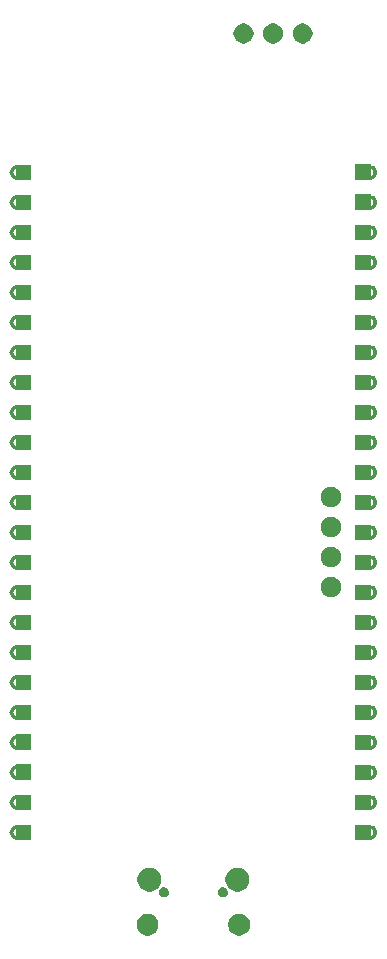
<source format=gbr>
G04 #@! TF.GenerationSoftware,KiCad,Pcbnew,(5.1.4)-1*
G04 #@! TF.CreationDate,2019-10-18T08:43:13-02:30*
G04 #@! TF.ProjectId,GeneralMCU,47656e65-7261-46c4-9d43-552e6b696361,rev?*
G04 #@! TF.SameCoordinates,Original*
G04 #@! TF.FileFunction,Soldermask,Bot*
G04 #@! TF.FilePolarity,Negative*
%FSLAX46Y46*%
G04 Gerber Fmt 4.6, Leading zero omitted, Abs format (unit mm)*
G04 Created by KiCad (PCBNEW (5.1.4)-1) date 2019-10-18 08:43:13*
%MOMM*%
%LPD*%
G04 APERTURE LIST*
%ADD10C,0.370000*%
%ADD11C,0.100000*%
G04 APERTURE END LIST*
D10*
X50550000Y-84520000D02*
G75*
G03X50550000Y-84520000I-475657J0D01*
G01*
X50550000Y-87060000D02*
G75*
G03X50550000Y-87060000I-475657J0D01*
G01*
X80425000Y-84520000D02*
G75*
G03X80425000Y-84520000I-475657J0D01*
G01*
X80425000Y-87060000D02*
G75*
G03X80425000Y-87060000I-475657J0D01*
G01*
X80425000Y-140400000D02*
G75*
G03X80425000Y-140400000I-475657J0D01*
G01*
X50550000Y-140400000D02*
G75*
G03X50550000Y-140400000I-475657J0D01*
G01*
X80425000Y-137860000D02*
G75*
G03X80425000Y-137860000I-475657J0D01*
G01*
X50550000Y-137860000D02*
G75*
G03X50550000Y-137860000I-475657J0D01*
G01*
X80425000Y-135320000D02*
G75*
G03X80425000Y-135320000I-475657J0D01*
G01*
X50550000Y-135320000D02*
G75*
G03X50550000Y-135320000I-475657J0D01*
G01*
X80425000Y-132780000D02*
G75*
G03X80425000Y-132780000I-475657J0D01*
G01*
X50550000Y-132780000D02*
G75*
G03X50550000Y-132780000I-475657J0D01*
G01*
X80425000Y-130240000D02*
G75*
G03X80425000Y-130240000I-475657J0D01*
G01*
X50550000Y-130240000D02*
G75*
G03X50550000Y-130240000I-475657J0D01*
G01*
X80425000Y-127700000D02*
G75*
G03X80425000Y-127700000I-475657J0D01*
G01*
X50550000Y-127700000D02*
G75*
G03X50550000Y-127700000I-475657J0D01*
G01*
X80425000Y-125160000D02*
G75*
G03X80425000Y-125160000I-475657J0D01*
G01*
X50550000Y-125160000D02*
G75*
G03X50550000Y-125160000I-475657J0D01*
G01*
X80425000Y-122620000D02*
G75*
G03X80425000Y-122620000I-475657J0D01*
G01*
X50550000Y-122620000D02*
G75*
G03X50550000Y-122620000I-475657J0D01*
G01*
X80425000Y-120080000D02*
G75*
G03X80425000Y-120080000I-475657J0D01*
G01*
X50550000Y-120080000D02*
G75*
G03X50550000Y-120080000I-475657J0D01*
G01*
X80425000Y-117540000D02*
G75*
G03X80425000Y-117540000I-475657J0D01*
G01*
X50550000Y-117540000D02*
G75*
G03X50550000Y-117540000I-475657J0D01*
G01*
X80425000Y-115000000D02*
G75*
G03X80425000Y-115000000I-475657J0D01*
G01*
X50550000Y-115000000D02*
G75*
G03X50550000Y-115000000I-475657J0D01*
G01*
X80425000Y-112460000D02*
G75*
G03X80425000Y-112460000I-475657J0D01*
G01*
X50550000Y-112460000D02*
G75*
G03X50550000Y-112460000I-475657J0D01*
G01*
X80425000Y-109920000D02*
G75*
G03X80425000Y-109920000I-475657J0D01*
G01*
X50550000Y-109920000D02*
G75*
G03X50550000Y-109920000I-475657J0D01*
G01*
X80425000Y-107380000D02*
G75*
G03X80425000Y-107380000I-475657J0D01*
G01*
X50550000Y-107380000D02*
G75*
G03X50550000Y-107380000I-475657J0D01*
G01*
X80425000Y-104840000D02*
G75*
G03X80425000Y-104840000I-475657J0D01*
G01*
X50550000Y-104840000D02*
G75*
G03X50550000Y-104840000I-475657J0D01*
G01*
X80425000Y-102300000D02*
G75*
G03X80425000Y-102300000I-475657J0D01*
G01*
X50550000Y-102300000D02*
G75*
G03X50550000Y-102300000I-475657J0D01*
G01*
X80425000Y-99760000D02*
G75*
G03X80425000Y-99760000I-475657J0D01*
G01*
X50550000Y-99760000D02*
G75*
G03X50550000Y-99760000I-475657J0D01*
G01*
X80425000Y-97220000D02*
G75*
G03X80425000Y-97220000I-475657J0D01*
G01*
X50550000Y-97220000D02*
G75*
G03X50550000Y-97220000I-475657J0D01*
G01*
X80425000Y-94680000D02*
G75*
G03X80425000Y-94680000I-475657J0D01*
G01*
X50550000Y-94680000D02*
G75*
G03X50550000Y-94680000I-475657J0D01*
G01*
X80425000Y-92140000D02*
G75*
G03X80425000Y-92140000I-475657J0D01*
G01*
X50550000Y-92140000D02*
G75*
G03X50550000Y-92140000I-475657J0D01*
G01*
X80425000Y-89600000D02*
G75*
G03X80425000Y-89600000I-475657J0D01*
G01*
X50550000Y-89600000D02*
G75*
G03X50550000Y-89600000I-475657J0D01*
G01*
D11*
G36*
X69144929Y-147310162D02*
G01*
X69144931Y-147310163D01*
X69144932Y-147310163D01*
X69313342Y-147379921D01*
X69464903Y-147481191D01*
X69464905Y-147481193D01*
X69464908Y-147481195D01*
X69593805Y-147610092D01*
X69593807Y-147610095D01*
X69593809Y-147610097D01*
X69695079Y-147761658D01*
X69764837Y-147930068D01*
X69800400Y-148108857D01*
X69800400Y-148291143D01*
X69764837Y-148469932D01*
X69695079Y-148638342D01*
X69593809Y-148789903D01*
X69593807Y-148789905D01*
X69593805Y-148789908D01*
X69464908Y-148918805D01*
X69464905Y-148918807D01*
X69464903Y-148918809D01*
X69313342Y-149020079D01*
X69144932Y-149089837D01*
X69144931Y-149089837D01*
X69144929Y-149089838D01*
X68966144Y-149125400D01*
X68783856Y-149125400D01*
X68605071Y-149089838D01*
X68605069Y-149089837D01*
X68605068Y-149089837D01*
X68436658Y-149020079D01*
X68285097Y-148918809D01*
X68285095Y-148918807D01*
X68285092Y-148918805D01*
X68156195Y-148789908D01*
X68156193Y-148789905D01*
X68156191Y-148789903D01*
X68054921Y-148638342D01*
X67985163Y-148469932D01*
X67949600Y-148291143D01*
X67949600Y-148108857D01*
X67985163Y-147930068D01*
X68054921Y-147761658D01*
X68156191Y-147610097D01*
X68156193Y-147610095D01*
X68156195Y-147610092D01*
X68285092Y-147481195D01*
X68285095Y-147481193D01*
X68285097Y-147481191D01*
X68436658Y-147379921D01*
X68605068Y-147310163D01*
X68605069Y-147310163D01*
X68605071Y-147310162D01*
X68783856Y-147274600D01*
X68966144Y-147274600D01*
X69144929Y-147310162D01*
X69144929Y-147310162D01*
G37*
G36*
X61394929Y-147310162D02*
G01*
X61394931Y-147310163D01*
X61394932Y-147310163D01*
X61563342Y-147379921D01*
X61714903Y-147481191D01*
X61714905Y-147481193D01*
X61714908Y-147481195D01*
X61843805Y-147610092D01*
X61843807Y-147610095D01*
X61843809Y-147610097D01*
X61945079Y-147761658D01*
X62014837Y-147930068D01*
X62050400Y-148108857D01*
X62050400Y-148291143D01*
X62014837Y-148469932D01*
X61945079Y-148638342D01*
X61843809Y-148789903D01*
X61843807Y-148789905D01*
X61843805Y-148789908D01*
X61714908Y-148918805D01*
X61714905Y-148918807D01*
X61714903Y-148918809D01*
X61563342Y-149020079D01*
X61394932Y-149089837D01*
X61394931Y-149089837D01*
X61394929Y-149089838D01*
X61216144Y-149125400D01*
X61033856Y-149125400D01*
X60855071Y-149089838D01*
X60855069Y-149089837D01*
X60855068Y-149089837D01*
X60686658Y-149020079D01*
X60535097Y-148918809D01*
X60535095Y-148918807D01*
X60535092Y-148918805D01*
X60406195Y-148789908D01*
X60406193Y-148789905D01*
X60406191Y-148789903D01*
X60304921Y-148638342D01*
X60235163Y-148469932D01*
X60199600Y-148291143D01*
X60199600Y-148108857D01*
X60235163Y-147930068D01*
X60304921Y-147761658D01*
X60406191Y-147610097D01*
X60406193Y-147610095D01*
X60406195Y-147610092D01*
X60535092Y-147481195D01*
X60535095Y-147481193D01*
X60535097Y-147481191D01*
X60686658Y-147379921D01*
X60855068Y-147310163D01*
X60855069Y-147310163D01*
X60855071Y-147310162D01*
X61033856Y-147274600D01*
X61216144Y-147274600D01*
X61394929Y-147310162D01*
X61394929Y-147310162D01*
G37*
G36*
X62562445Y-145028687D02*
G01*
X62624088Y-145040948D01*
X62701504Y-145073015D01*
X62771172Y-145119566D01*
X62830434Y-145178828D01*
X62876985Y-145248496D01*
X62909052Y-145325912D01*
X62925400Y-145408103D01*
X62925400Y-145491897D01*
X62909052Y-145574088D01*
X62876985Y-145651504D01*
X62830434Y-145721172D01*
X62771172Y-145780434D01*
X62701504Y-145826985D01*
X62624088Y-145859052D01*
X62562445Y-145871313D01*
X62541898Y-145875400D01*
X62458102Y-145875400D01*
X62437555Y-145871313D01*
X62375912Y-145859052D01*
X62298496Y-145826985D01*
X62228828Y-145780434D01*
X62169566Y-145721172D01*
X62123015Y-145651504D01*
X62090948Y-145574088D01*
X62074600Y-145491897D01*
X62074600Y-145408103D01*
X62090948Y-145325912D01*
X62123015Y-145248496D01*
X62169566Y-145178828D01*
X62228828Y-145119566D01*
X62298496Y-145073015D01*
X62375912Y-145040948D01*
X62437555Y-145028687D01*
X62458102Y-145024600D01*
X62541898Y-145024600D01*
X62562445Y-145028687D01*
X62562445Y-145028687D01*
G37*
G36*
X67562445Y-145028687D02*
G01*
X67624088Y-145040948D01*
X67701504Y-145073015D01*
X67771172Y-145119566D01*
X67830434Y-145178828D01*
X67876985Y-145248496D01*
X67909052Y-145325912D01*
X67925400Y-145408103D01*
X67925400Y-145491897D01*
X67909052Y-145574088D01*
X67876985Y-145651504D01*
X67830434Y-145721172D01*
X67771172Y-145780434D01*
X67701504Y-145826985D01*
X67624088Y-145859052D01*
X67562445Y-145871313D01*
X67541898Y-145875400D01*
X67458102Y-145875400D01*
X67437555Y-145871313D01*
X67375912Y-145859052D01*
X67298496Y-145826985D01*
X67228828Y-145780434D01*
X67169566Y-145721172D01*
X67123015Y-145651504D01*
X67090948Y-145574088D01*
X67074600Y-145491897D01*
X67074600Y-145408103D01*
X67090948Y-145325912D01*
X67123015Y-145248496D01*
X67169566Y-145178828D01*
X67228828Y-145119566D01*
X67298496Y-145073015D01*
X67375912Y-145040948D01*
X67437555Y-145028687D01*
X67458102Y-145024600D01*
X67541898Y-145024600D01*
X67562445Y-145028687D01*
X67562445Y-145028687D01*
G37*
G36*
X61425519Y-143384451D02*
G01*
X61574101Y-143414006D01*
X61760710Y-143491302D01*
X61928650Y-143603516D01*
X62071484Y-143746350D01*
X62183698Y-143914290D01*
X62260994Y-144100899D01*
X62300400Y-144299008D01*
X62300400Y-144500992D01*
X62260994Y-144699101D01*
X62183698Y-144885710D01*
X62071484Y-145053650D01*
X61928650Y-145196484D01*
X61760710Y-145308698D01*
X61574101Y-145385994D01*
X61425519Y-145415548D01*
X61375993Y-145425400D01*
X61174007Y-145425400D01*
X61124481Y-145415548D01*
X60975899Y-145385994D01*
X60789290Y-145308698D01*
X60621350Y-145196484D01*
X60478516Y-145053650D01*
X60366302Y-144885710D01*
X60289006Y-144699101D01*
X60249600Y-144500992D01*
X60249600Y-144299008D01*
X60289006Y-144100899D01*
X60366302Y-143914290D01*
X60478516Y-143746350D01*
X60621350Y-143603516D01*
X60789290Y-143491302D01*
X60975899Y-143414006D01*
X61124481Y-143384451D01*
X61174007Y-143374600D01*
X61375993Y-143374600D01*
X61425519Y-143384451D01*
X61425519Y-143384451D01*
G37*
G36*
X68875519Y-143384451D02*
G01*
X69024101Y-143414006D01*
X69210710Y-143491302D01*
X69378650Y-143603516D01*
X69521484Y-143746350D01*
X69633698Y-143914290D01*
X69710994Y-144100899D01*
X69750400Y-144299008D01*
X69750400Y-144500992D01*
X69710994Y-144699101D01*
X69633698Y-144885710D01*
X69521484Y-145053650D01*
X69378650Y-145196484D01*
X69210710Y-145308698D01*
X69024101Y-145385994D01*
X68875519Y-145415548D01*
X68825993Y-145425400D01*
X68624007Y-145425400D01*
X68574481Y-145415548D01*
X68425899Y-145385994D01*
X68239290Y-145308698D01*
X68071350Y-145196484D01*
X67928516Y-145053650D01*
X67816302Y-144885710D01*
X67739006Y-144699101D01*
X67699600Y-144500992D01*
X67699600Y-144299008D01*
X67739006Y-144100899D01*
X67816302Y-143914290D01*
X67928516Y-143746350D01*
X68071350Y-143603516D01*
X68239290Y-143491302D01*
X68425899Y-143414006D01*
X68574481Y-143384451D01*
X68624007Y-143374600D01*
X68825993Y-143374600D01*
X68875519Y-143384451D01*
X68875519Y-143384451D01*
G37*
G36*
X80035400Y-141060400D02*
G01*
X78714600Y-141060400D01*
X78714600Y-139739600D01*
X80035400Y-139739600D01*
X80035400Y-141060400D01*
X80035400Y-141060400D01*
G37*
G36*
X51285400Y-141060400D02*
G01*
X49964600Y-141060400D01*
X49964600Y-139739600D01*
X51285400Y-139739600D01*
X51285400Y-141060400D01*
X51285400Y-141060400D01*
G37*
G36*
X80035400Y-138520400D02*
G01*
X78714600Y-138520400D01*
X78714600Y-137199600D01*
X80035400Y-137199600D01*
X80035400Y-138520400D01*
X80035400Y-138520400D01*
G37*
G36*
X51285400Y-138520400D02*
G01*
X49964600Y-138520400D01*
X49964600Y-137199600D01*
X51285400Y-137199600D01*
X51285400Y-138520400D01*
X51285400Y-138520400D01*
G37*
G36*
X80035400Y-135980400D02*
G01*
X78714600Y-135980400D01*
X78714600Y-134659600D01*
X80035400Y-134659600D01*
X80035400Y-135980400D01*
X80035400Y-135980400D01*
G37*
G36*
X51285400Y-135940400D02*
G01*
X49964600Y-135940400D01*
X49964600Y-134619600D01*
X51285400Y-134619600D01*
X51285400Y-135940400D01*
X51285400Y-135940400D01*
G37*
G36*
X80035400Y-133440400D02*
G01*
X78714600Y-133440400D01*
X78714600Y-132119600D01*
X80035400Y-132119600D01*
X80035400Y-133440400D01*
X80035400Y-133440400D01*
G37*
G36*
X51285400Y-133400400D02*
G01*
X49964600Y-133400400D01*
X49964600Y-132079600D01*
X51285400Y-132079600D01*
X51285400Y-133400400D01*
X51285400Y-133400400D01*
G37*
G36*
X80035400Y-130900400D02*
G01*
X78714600Y-130900400D01*
X78714600Y-129579600D01*
X80035400Y-129579600D01*
X80035400Y-130900400D01*
X80035400Y-130900400D01*
G37*
G36*
X51285400Y-130900400D02*
G01*
X49964600Y-130900400D01*
X49964600Y-129579600D01*
X51285400Y-129579600D01*
X51285400Y-130900400D01*
X51285400Y-130900400D01*
G37*
G36*
X51285400Y-128360400D02*
G01*
X49964600Y-128360400D01*
X49964600Y-127039600D01*
X51285400Y-127039600D01*
X51285400Y-128360400D01*
X51285400Y-128360400D01*
G37*
G36*
X80035400Y-128360400D02*
G01*
X78714600Y-128360400D01*
X78714600Y-127039600D01*
X80035400Y-127039600D01*
X80035400Y-128360400D01*
X80035400Y-128360400D01*
G37*
G36*
X80035400Y-125820400D02*
G01*
X78714600Y-125820400D01*
X78714600Y-124499600D01*
X80035400Y-124499600D01*
X80035400Y-125820400D01*
X80035400Y-125820400D01*
G37*
G36*
X51285400Y-125820400D02*
G01*
X49964600Y-125820400D01*
X49964600Y-124499600D01*
X51285400Y-124499600D01*
X51285400Y-125820400D01*
X51285400Y-125820400D01*
G37*
G36*
X51285400Y-123280400D02*
G01*
X49964600Y-123280400D01*
X49964600Y-121959600D01*
X51285400Y-121959600D01*
X51285400Y-123280400D01*
X51285400Y-123280400D01*
G37*
G36*
X80035400Y-123280400D02*
G01*
X78714600Y-123280400D01*
X78714600Y-121959600D01*
X80035400Y-121959600D01*
X80035400Y-123280400D01*
X80035400Y-123280400D01*
G37*
G36*
X80035400Y-120740400D02*
G01*
X78714600Y-120740400D01*
X78714600Y-119419600D01*
X80035400Y-119419600D01*
X80035400Y-120740400D01*
X80035400Y-120740400D01*
G37*
G36*
X51285400Y-120740400D02*
G01*
X49964600Y-120740400D01*
X49964600Y-119419600D01*
X51285400Y-119419600D01*
X51285400Y-120740400D01*
X51285400Y-120740400D01*
G37*
G36*
X76778500Y-118753010D02*
G01*
X76905348Y-118778241D01*
X77064654Y-118844228D01*
X77064655Y-118844229D01*
X77064658Y-118844230D01*
X77208035Y-118940032D01*
X77329968Y-119061965D01*
X77425770Y-119205342D01*
X77425771Y-119205345D01*
X77425772Y-119205346D01*
X77491759Y-119364652D01*
X77525400Y-119533782D01*
X77525400Y-119706218D01*
X77491759Y-119875348D01*
X77425772Y-120034654D01*
X77425770Y-120034658D01*
X77329968Y-120178035D01*
X77208035Y-120299968D01*
X77064658Y-120395770D01*
X77064655Y-120395771D01*
X77064654Y-120395772D01*
X76905348Y-120461759D01*
X76778501Y-120486990D01*
X76736219Y-120495400D01*
X76563781Y-120495400D01*
X76521499Y-120486990D01*
X76394652Y-120461759D01*
X76235346Y-120395772D01*
X76235345Y-120395771D01*
X76235342Y-120395770D01*
X76091965Y-120299968D01*
X75970032Y-120178035D01*
X75874230Y-120034658D01*
X75874228Y-120034654D01*
X75808241Y-119875348D01*
X75774600Y-119706218D01*
X75774600Y-119533782D01*
X75808241Y-119364652D01*
X75874228Y-119205346D01*
X75874229Y-119205345D01*
X75874230Y-119205342D01*
X75970032Y-119061965D01*
X76091965Y-118940032D01*
X76235342Y-118844230D01*
X76235345Y-118844229D01*
X76235346Y-118844228D01*
X76394652Y-118778241D01*
X76521500Y-118753010D01*
X76563781Y-118744600D01*
X76736219Y-118744600D01*
X76778500Y-118753010D01*
X76778500Y-118753010D01*
G37*
G36*
X51285400Y-118200400D02*
G01*
X49964600Y-118200400D01*
X49964600Y-116879600D01*
X51285400Y-116879600D01*
X51285400Y-118200400D01*
X51285400Y-118200400D01*
G37*
G36*
X80035400Y-118200400D02*
G01*
X78714600Y-118200400D01*
X78714600Y-116879600D01*
X80035400Y-116879600D01*
X80035400Y-118200400D01*
X80035400Y-118200400D01*
G37*
G36*
X76778501Y-116213010D02*
G01*
X76905348Y-116238241D01*
X77064654Y-116304228D01*
X77064655Y-116304229D01*
X77064658Y-116304230D01*
X77208035Y-116400032D01*
X77329968Y-116521965D01*
X77425770Y-116665342D01*
X77425771Y-116665345D01*
X77425772Y-116665346D01*
X77491759Y-116824652D01*
X77525400Y-116993782D01*
X77525400Y-117166218D01*
X77491759Y-117335348D01*
X77425772Y-117494654D01*
X77425770Y-117494658D01*
X77329968Y-117638035D01*
X77208035Y-117759968D01*
X77064658Y-117855770D01*
X77064655Y-117855771D01*
X77064654Y-117855772D01*
X76905348Y-117921759D01*
X76778500Y-117946990D01*
X76736219Y-117955400D01*
X76563781Y-117955400D01*
X76521500Y-117946990D01*
X76394652Y-117921759D01*
X76235346Y-117855772D01*
X76235345Y-117855771D01*
X76235342Y-117855770D01*
X76091965Y-117759968D01*
X75970032Y-117638035D01*
X75874230Y-117494658D01*
X75874228Y-117494654D01*
X75808241Y-117335348D01*
X75774600Y-117166218D01*
X75774600Y-116993782D01*
X75808241Y-116824652D01*
X75874228Y-116665346D01*
X75874229Y-116665345D01*
X75874230Y-116665342D01*
X75970032Y-116521965D01*
X76091965Y-116400032D01*
X76235342Y-116304230D01*
X76235345Y-116304229D01*
X76235346Y-116304228D01*
X76394652Y-116238241D01*
X76521499Y-116213010D01*
X76563781Y-116204600D01*
X76736219Y-116204600D01*
X76778501Y-116213010D01*
X76778501Y-116213010D01*
G37*
G36*
X51285400Y-115660400D02*
G01*
X49964600Y-115660400D01*
X49964600Y-114339600D01*
X51285400Y-114339600D01*
X51285400Y-115660400D01*
X51285400Y-115660400D01*
G37*
G36*
X80035400Y-115660400D02*
G01*
X78714600Y-115660400D01*
X78714600Y-114339600D01*
X80035400Y-114339600D01*
X80035400Y-115660400D01*
X80035400Y-115660400D01*
G37*
G36*
X76778501Y-113673010D02*
G01*
X76905348Y-113698241D01*
X77064654Y-113764228D01*
X77064655Y-113764229D01*
X77064658Y-113764230D01*
X77208035Y-113860032D01*
X77329968Y-113981965D01*
X77425770Y-114125342D01*
X77425771Y-114125345D01*
X77425772Y-114125346D01*
X77491759Y-114284652D01*
X77525400Y-114453782D01*
X77525400Y-114626218D01*
X77491759Y-114795348D01*
X77425772Y-114954654D01*
X77425770Y-114954658D01*
X77329968Y-115098035D01*
X77208035Y-115219968D01*
X77064658Y-115315770D01*
X77064655Y-115315771D01*
X77064654Y-115315772D01*
X76905348Y-115381759D01*
X76778500Y-115406990D01*
X76736219Y-115415400D01*
X76563781Y-115415400D01*
X76521500Y-115406990D01*
X76394652Y-115381759D01*
X76235346Y-115315772D01*
X76235345Y-115315771D01*
X76235342Y-115315770D01*
X76091965Y-115219968D01*
X75970032Y-115098035D01*
X75874230Y-114954658D01*
X75874228Y-114954654D01*
X75808241Y-114795348D01*
X75774600Y-114626218D01*
X75774600Y-114453782D01*
X75808241Y-114284652D01*
X75874228Y-114125346D01*
X75874229Y-114125345D01*
X75874230Y-114125342D01*
X75970032Y-113981965D01*
X76091965Y-113860032D01*
X76235342Y-113764230D01*
X76235345Y-113764229D01*
X76235346Y-113764228D01*
X76394652Y-113698241D01*
X76521499Y-113673010D01*
X76563781Y-113664600D01*
X76736219Y-113664600D01*
X76778501Y-113673010D01*
X76778501Y-113673010D01*
G37*
G36*
X80035400Y-113120400D02*
G01*
X78714600Y-113120400D01*
X78714600Y-111799600D01*
X80035400Y-111799600D01*
X80035400Y-113120400D01*
X80035400Y-113120400D01*
G37*
G36*
X51285400Y-113120400D02*
G01*
X49964600Y-113120400D01*
X49964600Y-111799600D01*
X51285400Y-111799600D01*
X51285400Y-113120400D01*
X51285400Y-113120400D01*
G37*
G36*
X76778501Y-111133010D02*
G01*
X76905348Y-111158241D01*
X77064654Y-111224228D01*
X77064655Y-111224229D01*
X77064658Y-111224230D01*
X77208035Y-111320032D01*
X77329968Y-111441965D01*
X77425770Y-111585342D01*
X77425771Y-111585345D01*
X77425772Y-111585346D01*
X77491759Y-111744652D01*
X77525400Y-111913782D01*
X77525400Y-112086218D01*
X77491759Y-112255348D01*
X77425772Y-112414654D01*
X77425770Y-112414658D01*
X77329968Y-112558035D01*
X77208035Y-112679968D01*
X77064658Y-112775770D01*
X77064655Y-112775771D01*
X77064654Y-112775772D01*
X76905348Y-112841759D01*
X76778501Y-112866990D01*
X76736219Y-112875400D01*
X76563781Y-112875400D01*
X76521499Y-112866990D01*
X76394652Y-112841759D01*
X76235346Y-112775772D01*
X76235345Y-112775771D01*
X76235342Y-112775770D01*
X76091965Y-112679968D01*
X75970032Y-112558035D01*
X75874230Y-112414658D01*
X75874228Y-112414654D01*
X75808241Y-112255348D01*
X75774600Y-112086218D01*
X75774600Y-111913782D01*
X75808241Y-111744652D01*
X75874228Y-111585346D01*
X75874229Y-111585345D01*
X75874230Y-111585342D01*
X75970032Y-111441965D01*
X76091965Y-111320032D01*
X76235342Y-111224230D01*
X76235345Y-111224229D01*
X76235346Y-111224228D01*
X76394652Y-111158241D01*
X76521499Y-111133010D01*
X76563781Y-111124600D01*
X76736219Y-111124600D01*
X76778501Y-111133010D01*
X76778501Y-111133010D01*
G37*
G36*
X51285400Y-110580400D02*
G01*
X49964600Y-110580400D01*
X49964600Y-109259600D01*
X51285400Y-109259600D01*
X51285400Y-110580400D01*
X51285400Y-110580400D01*
G37*
G36*
X80035400Y-110580400D02*
G01*
X78714600Y-110580400D01*
X78714600Y-109259600D01*
X80035400Y-109259600D01*
X80035400Y-110580400D01*
X80035400Y-110580400D01*
G37*
G36*
X80035400Y-108040400D02*
G01*
X78714600Y-108040400D01*
X78714600Y-106719600D01*
X80035400Y-106719600D01*
X80035400Y-108040400D01*
X80035400Y-108040400D01*
G37*
G36*
X51285400Y-108040400D02*
G01*
X49964600Y-108040400D01*
X49964600Y-106719600D01*
X51285400Y-106719600D01*
X51285400Y-108040400D01*
X51285400Y-108040400D01*
G37*
G36*
X80035400Y-105500400D02*
G01*
X78714600Y-105500400D01*
X78714600Y-104179600D01*
X80035400Y-104179600D01*
X80035400Y-105500400D01*
X80035400Y-105500400D01*
G37*
G36*
X51285400Y-105500400D02*
G01*
X49964600Y-105500400D01*
X49964600Y-104179600D01*
X51285400Y-104179600D01*
X51285400Y-105500400D01*
X51285400Y-105500400D01*
G37*
G36*
X51285400Y-102960400D02*
G01*
X49964600Y-102960400D01*
X49964600Y-101639600D01*
X51285400Y-101639600D01*
X51285400Y-102960400D01*
X51285400Y-102960400D01*
G37*
G36*
X80035400Y-102960400D02*
G01*
X78714600Y-102960400D01*
X78714600Y-101639600D01*
X80035400Y-101639600D01*
X80035400Y-102960400D01*
X80035400Y-102960400D01*
G37*
G36*
X51285400Y-100420400D02*
G01*
X49964600Y-100420400D01*
X49964600Y-99099600D01*
X51285400Y-99099600D01*
X51285400Y-100420400D01*
X51285400Y-100420400D01*
G37*
G36*
X80035400Y-100420400D02*
G01*
X78714600Y-100420400D01*
X78714600Y-99099600D01*
X80035400Y-99099600D01*
X80035400Y-100420400D01*
X80035400Y-100420400D01*
G37*
G36*
X80035400Y-97880400D02*
G01*
X78714600Y-97880400D01*
X78714600Y-96559600D01*
X80035400Y-96559600D01*
X80035400Y-97880400D01*
X80035400Y-97880400D01*
G37*
G36*
X51285400Y-97880400D02*
G01*
X49964600Y-97880400D01*
X49964600Y-96559600D01*
X51285400Y-96559600D01*
X51285400Y-97880400D01*
X51285400Y-97880400D01*
G37*
G36*
X80035400Y-95340400D02*
G01*
X78714600Y-95340400D01*
X78714600Y-94019600D01*
X80035400Y-94019600D01*
X80035400Y-95340400D01*
X80035400Y-95340400D01*
G37*
G36*
X51285400Y-95340400D02*
G01*
X49964600Y-95340400D01*
X49964600Y-94019600D01*
X51285400Y-94019600D01*
X51285400Y-95340400D01*
X51285400Y-95340400D01*
G37*
G36*
X51285400Y-92800400D02*
G01*
X49964600Y-92800400D01*
X49964600Y-91479600D01*
X51285400Y-91479600D01*
X51285400Y-92800400D01*
X51285400Y-92800400D01*
G37*
G36*
X80035400Y-92800400D02*
G01*
X78714600Y-92800400D01*
X78714600Y-91479600D01*
X80035400Y-91479600D01*
X80035400Y-92800400D01*
X80035400Y-92800400D01*
G37*
G36*
X80035400Y-90260400D02*
G01*
X78714600Y-90260400D01*
X78714600Y-88939600D01*
X80035400Y-88939600D01*
X80035400Y-90260400D01*
X80035400Y-90260400D01*
G37*
G36*
X51285400Y-90260400D02*
G01*
X49964600Y-90260400D01*
X49964600Y-88939600D01*
X51285400Y-88939600D01*
X51285400Y-90260400D01*
X51285400Y-90260400D01*
G37*
G36*
X51285400Y-87720400D02*
G01*
X49964600Y-87720400D01*
X49964600Y-86399600D01*
X51285400Y-86399600D01*
X51285400Y-87720400D01*
X51285400Y-87720400D01*
G37*
G36*
X80035400Y-87680400D02*
G01*
X78714600Y-87680400D01*
X78714600Y-86359600D01*
X80035400Y-86359600D01*
X80035400Y-87680400D01*
X80035400Y-87680400D01*
G37*
G36*
X51285400Y-85180400D02*
G01*
X49964600Y-85180400D01*
X49964600Y-83859600D01*
X51285400Y-83859600D01*
X51285400Y-85180400D01*
X51285400Y-85180400D01*
G37*
G36*
X80035400Y-85140400D02*
G01*
X78714600Y-85140400D01*
X78714600Y-83819600D01*
X80035400Y-83819600D01*
X80035400Y-85140400D01*
X80035400Y-85140400D01*
G37*
G36*
X74498053Y-71932280D02*
G01*
X74498055Y-71932281D01*
X74498056Y-71932281D01*
X74652817Y-71996385D01*
X74792094Y-72089447D01*
X74792096Y-72089449D01*
X74792099Y-72089451D01*
X74910549Y-72207901D01*
X74910551Y-72207904D01*
X74910553Y-72207906D01*
X75003615Y-72347183D01*
X75067719Y-72501944D01*
X75100400Y-72666244D01*
X75100400Y-72833756D01*
X75067719Y-72998056D01*
X75003615Y-73152817D01*
X74910553Y-73292094D01*
X74910551Y-73292096D01*
X74910549Y-73292099D01*
X74792099Y-73410549D01*
X74792096Y-73410551D01*
X74792094Y-73410553D01*
X74652817Y-73503615D01*
X74498056Y-73567719D01*
X74498055Y-73567719D01*
X74498053Y-73567720D01*
X74333757Y-73600400D01*
X74166243Y-73600400D01*
X74001947Y-73567720D01*
X74001945Y-73567719D01*
X74001944Y-73567719D01*
X73847183Y-73503615D01*
X73707906Y-73410553D01*
X73707904Y-73410551D01*
X73707901Y-73410549D01*
X73589451Y-73292099D01*
X73589449Y-73292096D01*
X73589447Y-73292094D01*
X73496385Y-73152817D01*
X73432281Y-72998056D01*
X73399600Y-72833756D01*
X73399600Y-72666244D01*
X73432281Y-72501944D01*
X73496385Y-72347183D01*
X73589447Y-72207906D01*
X73589449Y-72207904D01*
X73589451Y-72207901D01*
X73707901Y-72089451D01*
X73707904Y-72089449D01*
X73707906Y-72089447D01*
X73847183Y-71996385D01*
X74001944Y-71932281D01*
X74001945Y-71932281D01*
X74001947Y-71932280D01*
X74166243Y-71899600D01*
X74333757Y-71899600D01*
X74498053Y-71932280D01*
X74498053Y-71932280D01*
G37*
G36*
X71998053Y-71932280D02*
G01*
X71998055Y-71932281D01*
X71998056Y-71932281D01*
X72152817Y-71996385D01*
X72292094Y-72089447D01*
X72292096Y-72089449D01*
X72292099Y-72089451D01*
X72410549Y-72207901D01*
X72410551Y-72207904D01*
X72410553Y-72207906D01*
X72503615Y-72347183D01*
X72567719Y-72501944D01*
X72600400Y-72666244D01*
X72600400Y-72833756D01*
X72567719Y-72998056D01*
X72503615Y-73152817D01*
X72410553Y-73292094D01*
X72410551Y-73292096D01*
X72410549Y-73292099D01*
X72292099Y-73410549D01*
X72292096Y-73410551D01*
X72292094Y-73410553D01*
X72152817Y-73503615D01*
X71998056Y-73567719D01*
X71998055Y-73567719D01*
X71998053Y-73567720D01*
X71833757Y-73600400D01*
X71666243Y-73600400D01*
X71501947Y-73567720D01*
X71501945Y-73567719D01*
X71501944Y-73567719D01*
X71347183Y-73503615D01*
X71207906Y-73410553D01*
X71207904Y-73410551D01*
X71207901Y-73410549D01*
X71089451Y-73292099D01*
X71089449Y-73292096D01*
X71089447Y-73292094D01*
X70996385Y-73152817D01*
X70932281Y-72998056D01*
X70899600Y-72833756D01*
X70899600Y-72666244D01*
X70932281Y-72501944D01*
X70996385Y-72347183D01*
X71089447Y-72207906D01*
X71089449Y-72207904D01*
X71089451Y-72207901D01*
X71207901Y-72089451D01*
X71207904Y-72089449D01*
X71207906Y-72089447D01*
X71347183Y-71996385D01*
X71501944Y-71932281D01*
X71501945Y-71932281D01*
X71501947Y-71932280D01*
X71666243Y-71899600D01*
X71833757Y-71899600D01*
X71998053Y-71932280D01*
X71998053Y-71932280D01*
G37*
G36*
X69498053Y-71932280D02*
G01*
X69498055Y-71932281D01*
X69498056Y-71932281D01*
X69652817Y-71996385D01*
X69792094Y-72089447D01*
X69792096Y-72089449D01*
X69792099Y-72089451D01*
X69910549Y-72207901D01*
X69910551Y-72207904D01*
X69910553Y-72207906D01*
X70003615Y-72347183D01*
X70067719Y-72501944D01*
X70100400Y-72666244D01*
X70100400Y-72833756D01*
X70067719Y-72998056D01*
X70003615Y-73152817D01*
X69910553Y-73292094D01*
X69910551Y-73292096D01*
X69910549Y-73292099D01*
X69792099Y-73410549D01*
X69792096Y-73410551D01*
X69792094Y-73410553D01*
X69652817Y-73503615D01*
X69498056Y-73567719D01*
X69498055Y-73567719D01*
X69498053Y-73567720D01*
X69333757Y-73600400D01*
X69166243Y-73600400D01*
X69001947Y-73567720D01*
X69001945Y-73567719D01*
X69001944Y-73567719D01*
X68847183Y-73503615D01*
X68707906Y-73410553D01*
X68707904Y-73410551D01*
X68707901Y-73410549D01*
X68589451Y-73292099D01*
X68589449Y-73292096D01*
X68589447Y-73292094D01*
X68496385Y-73152817D01*
X68432281Y-72998056D01*
X68399600Y-72833756D01*
X68399600Y-72666244D01*
X68432281Y-72501944D01*
X68496385Y-72347183D01*
X68589447Y-72207906D01*
X68589449Y-72207904D01*
X68589451Y-72207901D01*
X68707901Y-72089451D01*
X68707904Y-72089449D01*
X68707906Y-72089447D01*
X68847183Y-71996385D01*
X69001944Y-71932281D01*
X69001945Y-71932281D01*
X69001947Y-71932280D01*
X69166243Y-71899600D01*
X69333757Y-71899600D01*
X69498053Y-71932280D01*
X69498053Y-71932280D01*
G37*
M02*

</source>
